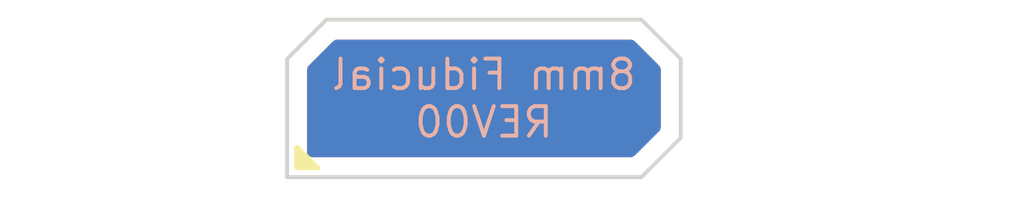
<source format=kicad_pcb>
(kicad_pcb (version 20211014) (generator pcbnew)
  (layers (0 "F.Cu" signal) (31 "B.Cu" signal) (34 "B.Paste" user) (35 "F.Paste" user) (36 "B.SilkS" user "B.Silkscreen") (37 "F.SilkS" user "F.Silkscreen") (38 "B.Mask" user) (39 "F.Mask" user) (44 "Edge.Cuts" user))
  (net 0 "")
  (footprint "Fiducial:Fiducial_1mm_Mask2mm" (layer "F.Cu") (at 2 -2)
    (fp_text reference "REF**" hide)
    (fp_text value "Fiducial_1mm_Mask2mm")
    (pad "" smd circle (at 0 0) (size 1 1) (layers "F.Cu" "F.Mask") (clearance 0.5))
  )
  (footprint "Fiducial:Fiducial_0.5mm_Mask1.5mm" (layer "F.Cu") (at 8 -2)
    (fp_text reference "REF**" hide)
    (fp_text value "Fiducial_0.5mm_Mask1.5mm")
    (pad "" smd circle (at 0 0) (size 0.5 0.5) (layers "F.Cu" "F.Mask") (clearance 0.5))
  )
  (gr_poly (pts (xy 0.75 -0.25) (xy 0.25 -0.25) (xy 0.25 -0.75)) (layer "F.SilkS") (width 0.15) (fill solid))
  (gr_line (start 0 0) (end 9 0) (layer "Edge.Cuts") (width 0.1))
  (gr_line (start 9 0) (end 10 -1) (layer "Edge.Cuts") (width 0.1))
  (gr_line (start 10 -3) (end 9 -4) (layer "Edge.Cuts") (width 0.1))
  (gr_line (start 0 -3) (end 0 0) (layer "Edge.Cuts") (width 0.1))
  (gr_line (start 9 -4) (end 1 -4) (layer "Edge.Cuts") (width 0.1))
  (gr_line (start 10 -1) (end 10 -3) (layer "Edge.Cuts") (width 0.1))
  (gr_line (start 0 -3) (end 1 -4) (layer "Edge.Cuts") (width 0.1))
  (gr_text "8mm Fiducial\nREV00" (at 5 -2) (layer "B.SilkS") (effects (font (size 0.75 0.75) (thickness 0.1)) (justify mirror)))
  (zone (net 0) (net_name "") (layers F&B.Cu) (connect_pads (clearance 0.508)) (min_thickness 0.254) (fill yes (thermal_gap 0.508) (thermal_bridge_width 0.508))
    (polygon (pts (xy 10.5 0.5) (xy -0.5 0.5) (xy -0.5 -4.5) (xy 10.5 -4.5)))
  )
)
</source>
